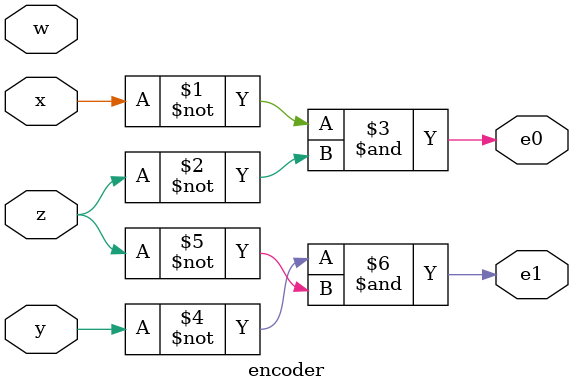
<source format=v>
`timescale 1ns / 1ps

module encoder(
    input w, x, y, z,
    output e0, e1
    );
    
    assign e0 = (~x) & (~z);
    assign e1 = (~y) & (~z);
    
endmodule

</source>
